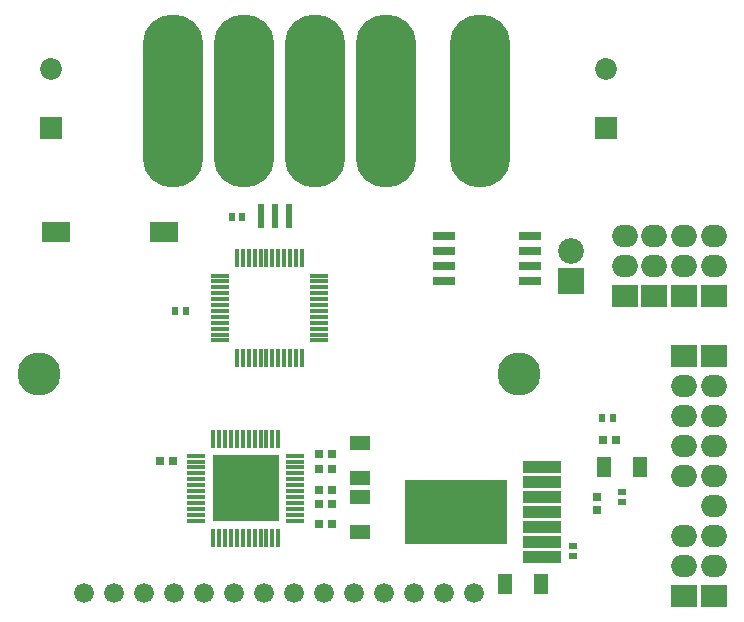
<source format=gbr>
G04 #@! TF.FileFunction,Soldermask,Top*
%FSLAX46Y46*%
G04 Gerber Fmt 4.6, Leading zero omitted, Abs format (unit mm)*
G04 Created by KiCad (PCBNEW 4.0.1-2.fc23-product) date Fri 08 Jan 2016 07:43:49 PM MST*
%MOMM*%
G01*
G04 APERTURE LIST*
%ADD10C,0.100000*%
%ADD11C,1.674000*%
%ADD12O,5.150000X14.650000*%
%ADD13C,3.650000*%
%ADD14R,0.650000X0.750000*%
%ADD15R,0.750000X0.650000*%
%ADD16R,2.182000X1.877200*%
%ADD17O,2.182000X1.877200*%
%ADD18R,1.750000X1.150000*%
%ADD19R,0.550000X0.750000*%
%ADD20R,1.850000X0.800000*%
%ADD21R,0.450000X1.650000*%
%ADD22R,1.650000X0.450000*%
%ADD23R,5.600000X5.600000*%
%ADD24R,2.271320X2.271320*%
%ADD25C,0.750000*%
%ADD26R,2.182000X2.182000*%
%ADD27O,2.182000X2.182000*%
%ADD28C,1.850000*%
%ADD29R,1.850000X1.850000*%
%ADD30R,2.330000X1.750000*%
%ADD31R,0.550000X2.150000*%
%ADD32R,1.150000X1.750000*%
%ADD33R,0.750000X0.550000*%
%ADD34R,8.690000X5.500000*%
%ADD35R,3.210000X1.040000*%
%ADD36C,0.650000*%
G04 APERTURE END LIST*
D10*
D11*
X123490000Y-115600000D03*
X126030000Y-115600000D03*
X128570000Y-115600000D03*
X131110000Y-115600000D03*
X133650000Y-115600000D03*
X136190000Y-115600000D03*
X138730000Y-115600000D03*
X141270000Y-115600000D03*
X143810000Y-115600000D03*
X146350000Y-115600000D03*
X148890000Y-115600000D03*
X151430000Y-115600000D03*
X153970000Y-115600000D03*
X156510000Y-115600000D03*
D12*
X137000000Y-73900000D03*
X143000000Y-73900000D03*
X149000000Y-73900000D03*
X131000000Y-73900000D03*
X157000000Y-73900000D03*
D13*
X119680000Y-97000000D03*
X160320000Y-97000000D03*
D14*
X166878000Y-107400000D03*
X166878000Y-108500000D03*
D15*
X144460000Y-105030000D03*
X143360000Y-105030000D03*
X130975000Y-104390000D03*
X129875000Y-104390000D03*
D16*
X174240000Y-90420000D03*
D17*
X174240000Y-87880000D03*
X174240000Y-85340000D03*
D15*
X143360000Y-106830000D03*
X144460000Y-106830000D03*
X143360000Y-108030000D03*
X144460000Y-108030000D03*
D18*
X146810000Y-105830000D03*
X146810000Y-102830000D03*
X146810000Y-110430000D03*
X146810000Y-107430000D03*
D15*
X143360000Y-103830000D03*
X144460000Y-103830000D03*
D16*
X171700000Y-90420000D03*
D17*
X171700000Y-87880000D03*
X171700000Y-85340000D03*
D16*
X176780000Y-115820000D03*
D17*
X176780000Y-113280000D03*
X176780000Y-110740000D03*
X176780000Y-108200000D03*
D16*
X176780000Y-90420000D03*
D17*
X176780000Y-87880000D03*
X176780000Y-85340000D03*
D16*
X174240000Y-95500000D03*
D17*
X174240000Y-98040000D03*
X174240000Y-100580000D03*
X174240000Y-103120000D03*
X174240000Y-105660000D03*
D19*
X132110000Y-91710000D03*
X131210000Y-91710000D03*
D20*
X153953000Y-85340000D03*
X153953000Y-86610000D03*
X153953000Y-87880000D03*
X153953000Y-89150000D03*
X161253000Y-89150000D03*
X161253000Y-87880000D03*
X161253000Y-86610000D03*
X161253000Y-85340000D03*
D21*
X141910000Y-87230000D03*
X141410000Y-87230000D03*
X140910000Y-87230000D03*
X140410000Y-87230000D03*
X139910000Y-87230000D03*
X139410000Y-87230000D03*
X138910000Y-87230000D03*
X138410000Y-87230000D03*
X137910000Y-87230000D03*
X137410000Y-87230000D03*
X136910000Y-87230000D03*
X136410000Y-87230000D03*
X136410000Y-95630000D03*
X136910000Y-95630000D03*
X137410000Y-95630000D03*
X137910000Y-95630000D03*
X138410000Y-95630000D03*
X138910000Y-95630000D03*
X139410000Y-95630000D03*
X139910000Y-95630000D03*
X140410000Y-95630000D03*
X140910000Y-95630000D03*
X141410000Y-95630000D03*
X141910000Y-95630000D03*
D22*
X134960000Y-88680000D03*
X134960000Y-89180000D03*
X134960000Y-89680000D03*
X134960000Y-90180000D03*
X134960000Y-90680000D03*
X134960000Y-91180000D03*
X134960000Y-91680000D03*
X134960000Y-92180000D03*
X134960000Y-92680000D03*
X134960000Y-93180000D03*
X134960000Y-93680000D03*
X134960000Y-94180000D03*
X143360000Y-94180000D03*
X143360000Y-93680000D03*
X143360000Y-93180000D03*
X143360000Y-92680000D03*
X143360000Y-92180000D03*
X143360000Y-91680000D03*
X143360000Y-91180000D03*
X143360000Y-90680000D03*
X143360000Y-90180000D03*
X143360000Y-89680000D03*
X143360000Y-89180000D03*
X143360000Y-88680000D03*
D21*
X139910000Y-102480000D03*
X139410000Y-102480000D03*
X138910000Y-102480000D03*
X138410000Y-102480000D03*
X137910000Y-102480000D03*
X137410000Y-102480000D03*
X136910000Y-102480000D03*
X136410000Y-102480000D03*
X135910000Y-102480000D03*
X135410000Y-102480000D03*
X134910000Y-102480000D03*
X134410000Y-102480000D03*
X134410000Y-110880000D03*
X134910000Y-110880000D03*
X135410000Y-110880000D03*
X135910000Y-110880000D03*
X136410000Y-110880000D03*
X136910000Y-110880000D03*
X137410000Y-110880000D03*
X137910000Y-110880000D03*
X138410000Y-110880000D03*
X138910000Y-110880000D03*
X139410000Y-110880000D03*
X139910000Y-110880000D03*
D22*
X132960000Y-103930000D03*
X132960000Y-104430000D03*
X132960000Y-104930000D03*
X132960000Y-105430000D03*
X132960000Y-105930000D03*
X132960000Y-106430000D03*
X132960000Y-106930000D03*
X132960000Y-107430000D03*
X132960000Y-107930000D03*
X132960000Y-108430000D03*
X132960000Y-108930000D03*
X132960000Y-109430000D03*
X141360000Y-109430000D03*
X141360000Y-108930000D03*
X141360000Y-108430000D03*
X141360000Y-107930000D03*
X141360000Y-107430000D03*
X141360000Y-106930000D03*
X141360000Y-106430000D03*
X141360000Y-105930000D03*
X141360000Y-105430000D03*
X141360000Y-104930000D03*
X141360000Y-104430000D03*
X141360000Y-103930000D03*
D23*
X137160000Y-106680000D03*
D24*
X138660000Y-105180000D03*
X135660000Y-105180000D03*
X138660000Y-108180000D03*
X135660000Y-108180000D03*
D25*
X139560000Y-104280000D03*
X138360000Y-104280000D03*
X137160000Y-104280000D03*
X135960000Y-104280000D03*
X134760000Y-104280000D03*
X139560000Y-105480000D03*
X138360000Y-105480000D03*
X137160000Y-105480000D03*
X135960000Y-105480000D03*
X134760000Y-105480000D03*
X139560000Y-106680000D03*
X138360000Y-106680000D03*
X137160000Y-106680000D03*
X135960000Y-106680000D03*
X134760000Y-106680000D03*
X139560000Y-107880000D03*
X138360000Y-107880000D03*
X137160000Y-107880000D03*
X135960000Y-107880000D03*
X134760000Y-107880000D03*
X139560000Y-109080000D03*
X138360000Y-109080000D03*
X137160000Y-109080000D03*
X135960000Y-109080000D03*
X134760000Y-109080000D03*
D26*
X164715000Y-89150000D03*
D27*
X164715000Y-86610000D03*
D28*
X120650000Y-71200000D03*
D29*
X120650000Y-76200000D03*
D28*
X167640000Y-71200000D03*
D29*
X167640000Y-76200000D03*
D15*
X144460000Y-109730000D03*
X143360000Y-109730000D03*
D19*
X135960000Y-83710000D03*
X136860000Y-83710000D03*
D30*
X121057570Y-84957680D03*
X130262430Y-84962320D03*
D31*
X139660000Y-83680000D03*
X138460000Y-83680000D03*
X140860000Y-83680000D03*
D16*
X174240000Y-115820000D03*
D17*
X174240000Y-113280000D03*
X174240000Y-110740000D03*
D32*
X162151000Y-114804000D03*
X159151000Y-114804000D03*
X167533000Y-104898000D03*
X170533000Y-104898000D03*
D33*
X169033000Y-106988000D03*
X169033000Y-107888000D03*
D19*
X167313000Y-100707000D03*
X168213000Y-100707000D03*
D33*
X164842000Y-112460000D03*
X164842000Y-111560000D03*
D16*
X169291000Y-90424000D03*
D17*
X169291000Y-87884000D03*
X169291000Y-85344000D03*
D15*
X167369400Y-102590600D03*
X168469400Y-102590600D03*
D16*
X176784000Y-95504000D03*
D17*
X176784000Y-98044000D03*
X176784000Y-100584000D03*
X176784000Y-103124000D03*
X176784000Y-105664000D03*
D34*
X154936000Y-108708000D03*
D35*
X162241000Y-112518000D03*
X162241000Y-111248000D03*
X162241000Y-109978000D03*
X162241000Y-108708000D03*
X162241000Y-107438000D03*
X162241000Y-106168000D03*
X162241000Y-104898000D03*
D36*
X152396000Y-109978000D03*
X152396000Y-108708000D03*
X152396000Y-107438000D03*
X154936000Y-109978000D03*
X154936000Y-108708000D03*
X154936000Y-107438000D03*
X157476000Y-109978000D03*
X157476000Y-108708000D03*
X157476000Y-107438000D03*
M02*

</source>
